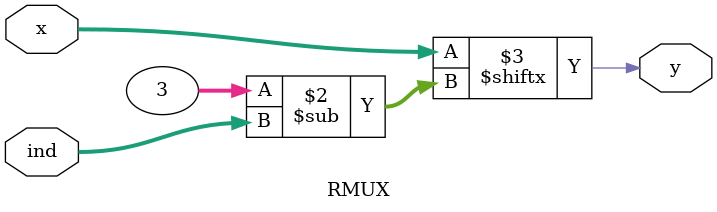
<source format=v>
`timescale 1ns / 1ps

module MUX4 #(parameter WIDTH = 32) (
    input [WIDTH - 1 : 0] x0, x1, x2, x3,
    input [1:0] ind,
    output reg [WIDTH - 1 : 0] y
    );
    always @(*) case (ind)
        'b01: y = x1;
        'b10: y = x2;
        'b11: y = x3;
        default: y = x0;
    endcase
endmodule

module MUX3 #(parameter WIDTH = 32) (
    input [WIDTH - 1 : 0] x0, x1, x2,
    input [1:0] ind,
    output reg [WIDTH - 1 : 0] y
    );
    always @(*) case (ind)
        'b01: y = x1;
        'b10: y = x2;
        default: y = x0;
    endcase
endmodule

module PE4(
    input x1, x2, x3,
    output [1:0] y
);
    assign y = x3 ? 3 : x2 ? 2 : x1 ? 1 : 0;
endmodule

module PE3(
    input x1, x2,
    output [1:0] y
);
    assign y = x2 ? 2 : x1 ? 1 : 0;
endmodule

module RPE #(parameter WIDTH = 32, WIDTH_WIDTH = 5) (
    input [WIDTH - 1 : 1] x,
    output reg [WIDTH_WIDTH - 1 : 0] y
);
    integer i;
    always @(*) begin
        y = 0;
        for (i = 1; i < WIDTH; i = i + 1)
            if (x[i])
                y = WIDTH - i;
    end
endmodule

module RMUX #(parameter SIZE = 4, SIZE_WIDTH = 2) (
    input [SIZE - 1 : 0] x,
    input [SIZE_WIDTH - 1 : 0] ind,
    output y
);
    assign y = x[SIZE - 1 - ind];
endmodule

</source>
